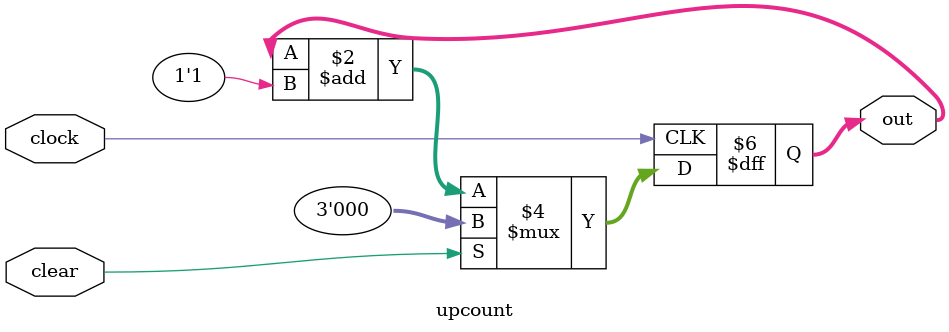
<source format=v>
module upcount(clock, clear, out);
	input clock, clear;
	output reg [2:0] out;

	always @(posedge clock) begin
		if (clear)
			out <= 3'b0;
//		else if (out > 3)
//			out <= 3'b0;
		else
			out <= out + 1'b1;
	end
endmodule

</source>
